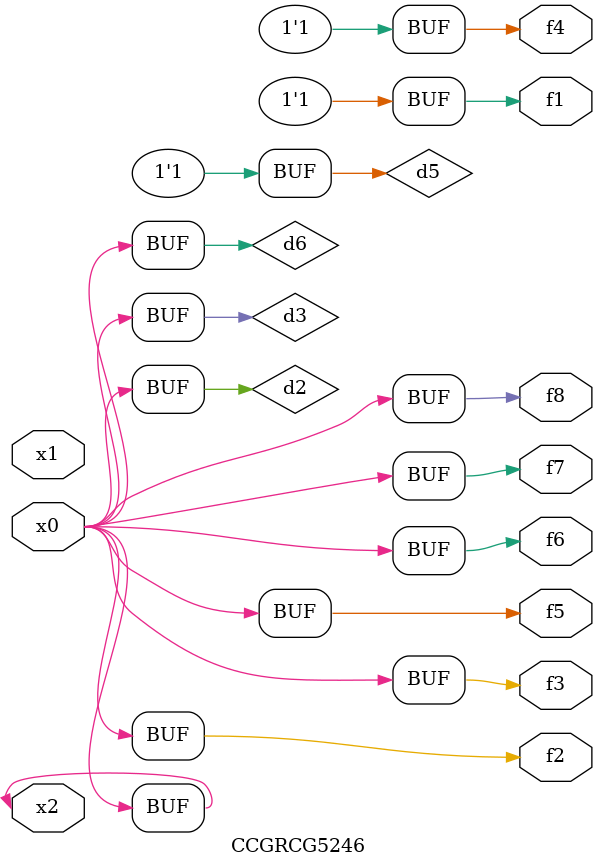
<source format=v>
module CCGRCG5246(
	input x0, x1, x2,
	output f1, f2, f3, f4, f5, f6, f7, f8
);

	wire d1, d2, d3, d4, d5, d6;

	xnor (d1, x2);
	buf (d2, x0, x2);
	and (d3, x0);
	xnor (d4, x1, x2);
	nand (d5, d1, d3);
	buf (d6, d2, d3);
	assign f1 = d5;
	assign f2 = d6;
	assign f3 = d6;
	assign f4 = d5;
	assign f5 = d6;
	assign f6 = d6;
	assign f7 = d6;
	assign f8 = d6;
endmodule

</source>
